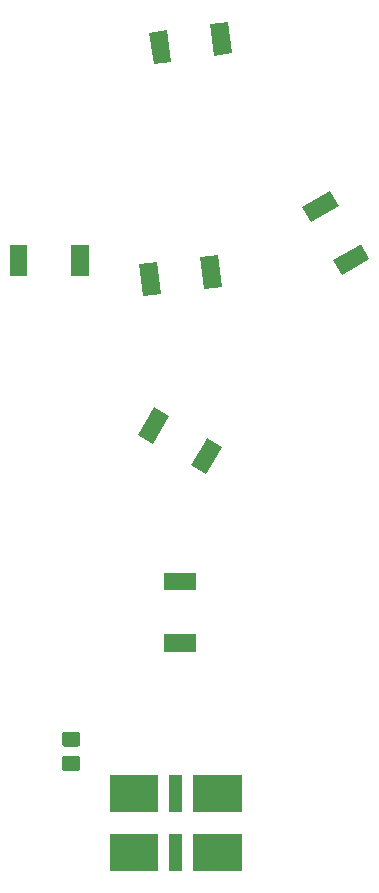
<source format=gbr>
G04 #@! TF.GenerationSoftware,KiCad,Pcbnew,5.1.4+dfsg1-1*
G04 #@! TF.CreationDate,2019-11-23T15:35:25-08:00*
G04 #@! TF.ProjectId,east-van-arrow,65617374-2d76-4616-9e2d-6172726f772e,rev?*
G04 #@! TF.SameCoordinates,Original*
G04 #@! TF.FileFunction,Soldermask,Bot*
G04 #@! TF.FilePolarity,Negative*
%FSLAX46Y46*%
G04 Gerber Fmt 4.6, Leading zero omitted, Abs format (unit mm)*
G04 Created by KiCad (PCBNEW 5.1.4+dfsg1-1) date 2019-11-23 15:35:25*
%MOMM*%
%LPD*%
G04 APERTURE LIST*
%ADD10C,0.100000*%
G04 APERTURE END LIST*
D10*
G36*
X42121000Y-112691000D02*
G01*
X38019000Y-112691000D01*
X38019000Y-109589000D01*
X42121000Y-109589000D01*
X42121000Y-112691000D01*
X42121000Y-112691000D01*
G37*
G36*
X49201000Y-112691000D02*
G01*
X45099000Y-112691000D01*
X45099000Y-109589000D01*
X49201000Y-109589000D01*
X49201000Y-112691000D01*
X49201000Y-112691000D01*
G37*
G36*
X44161000Y-112691000D02*
G01*
X43059000Y-112691000D01*
X43059000Y-109589000D01*
X44161000Y-109589000D01*
X44161000Y-112691000D01*
X44161000Y-112691000D01*
G37*
G36*
X49201000Y-107651000D02*
G01*
X45099000Y-107651000D01*
X45099000Y-104549000D01*
X49201000Y-104549000D01*
X49201000Y-107651000D01*
X49201000Y-107651000D01*
G37*
G36*
X44161000Y-107651000D02*
G01*
X43059000Y-107651000D01*
X43059000Y-104549000D01*
X44161000Y-104549000D01*
X44161000Y-107651000D01*
X44161000Y-107651000D01*
G37*
G36*
X42121000Y-107651000D02*
G01*
X38019000Y-107651000D01*
X38019000Y-104549000D01*
X42121000Y-104549000D01*
X42121000Y-107651000D01*
X42121000Y-107651000D01*
G37*
G36*
X35358674Y-102943465D02*
G01*
X35396367Y-102954899D01*
X35431103Y-102973466D01*
X35461548Y-102998452D01*
X35486534Y-103028897D01*
X35505101Y-103063633D01*
X35516535Y-103101326D01*
X35521000Y-103146661D01*
X35521000Y-103983339D01*
X35516535Y-104028674D01*
X35505101Y-104066367D01*
X35486534Y-104101103D01*
X35461548Y-104131548D01*
X35431103Y-104156534D01*
X35396367Y-104175101D01*
X35358674Y-104186535D01*
X35313339Y-104191000D01*
X34226661Y-104191000D01*
X34181326Y-104186535D01*
X34143633Y-104175101D01*
X34108897Y-104156534D01*
X34078452Y-104131548D01*
X34053466Y-104101103D01*
X34034899Y-104066367D01*
X34023465Y-104028674D01*
X34019000Y-103983339D01*
X34019000Y-103146661D01*
X34023465Y-103101326D01*
X34034899Y-103063633D01*
X34053466Y-103028897D01*
X34078452Y-102998452D01*
X34108897Y-102973466D01*
X34143633Y-102954899D01*
X34181326Y-102943465D01*
X34226661Y-102939000D01*
X35313339Y-102939000D01*
X35358674Y-102943465D01*
X35358674Y-102943465D01*
G37*
G36*
X35358674Y-100893465D02*
G01*
X35396367Y-100904899D01*
X35431103Y-100923466D01*
X35461548Y-100948452D01*
X35486534Y-100978897D01*
X35505101Y-101013633D01*
X35516535Y-101051326D01*
X35521000Y-101096661D01*
X35521000Y-101933339D01*
X35516535Y-101978674D01*
X35505101Y-102016367D01*
X35486534Y-102051103D01*
X35461548Y-102081548D01*
X35431103Y-102106534D01*
X35396367Y-102125101D01*
X35358674Y-102136535D01*
X35313339Y-102141000D01*
X34226661Y-102141000D01*
X34181326Y-102136535D01*
X34143633Y-102125101D01*
X34108897Y-102106534D01*
X34078452Y-102081548D01*
X34053466Y-102051103D01*
X34034899Y-102016367D01*
X34023465Y-101978674D01*
X34019000Y-101933339D01*
X34019000Y-101096661D01*
X34023465Y-101051326D01*
X34034899Y-101013633D01*
X34053466Y-100978897D01*
X34078452Y-100948452D01*
X34108897Y-100923466D01*
X34143633Y-100904899D01*
X34181326Y-100893465D01*
X34226661Y-100889000D01*
X35313339Y-100889000D01*
X35358674Y-100893465D01*
X35358674Y-100893465D01*
G37*
G36*
X45351000Y-94121000D02*
G01*
X42649000Y-94121000D01*
X42649000Y-92619000D01*
X45351000Y-92619000D01*
X45351000Y-94121000D01*
X45351000Y-94121000D01*
G37*
G36*
X45351000Y-88921000D02*
G01*
X42649000Y-88921000D01*
X42649000Y-87419000D01*
X45351000Y-87419000D01*
X45351000Y-88921000D01*
X45351000Y-88921000D01*
G37*
G36*
X47577551Y-76755499D02*
G01*
X47577551Y-76755500D01*
X46902051Y-77925500D01*
X46226551Y-79095501D01*
X44925781Y-78344501D01*
X44925781Y-78344500D01*
X45993302Y-76495500D01*
X46276781Y-76004499D01*
X47577551Y-76755499D01*
X47577551Y-76755499D01*
G37*
G36*
X43074219Y-74155499D02*
G01*
X43074219Y-74155500D01*
X42398719Y-75325500D01*
X41723219Y-76495501D01*
X40422449Y-75744501D01*
X40422449Y-75744500D01*
X41339859Y-74155499D01*
X41773449Y-73404499D01*
X43074219Y-74155499D01*
X43074219Y-74155499D01*
G37*
G36*
X42339428Y-63826266D02*
G01*
X41594025Y-63917790D01*
X40848624Y-64009314D01*
X40848623Y-64009314D01*
X40519332Y-61327454D01*
X41264735Y-61235930D01*
X42010136Y-61144406D01*
X42010137Y-61144406D01*
X42339428Y-63826266D01*
X42339428Y-63826266D01*
G37*
G36*
X47500668Y-63192546D02*
G01*
X46009864Y-63375594D01*
X46009863Y-63375594D01*
X45680572Y-60693734D01*
X46425975Y-60602210D01*
X47171376Y-60510686D01*
X47171377Y-60510686D01*
X47500668Y-63192546D01*
X47500668Y-63192546D01*
G37*
G36*
X31061000Y-62341000D02*
G01*
X29559000Y-62341000D01*
X29559000Y-59639000D01*
X31061000Y-59639000D01*
X31061000Y-62341000D01*
X31061000Y-62341000D01*
G37*
G36*
X36261000Y-62341000D02*
G01*
X34759000Y-62341000D01*
X34759000Y-59639000D01*
X36261000Y-59639000D01*
X36261000Y-62341000D01*
X36261000Y-62341000D01*
G37*
G36*
X60025501Y-60896551D02*
G01*
X58855500Y-61572051D01*
X57685500Y-62247551D01*
X57685499Y-62247551D01*
X56934499Y-60946781D01*
X59199643Y-59639000D01*
X59274500Y-59595781D01*
X59274501Y-59595781D01*
X60025501Y-60896551D01*
X60025501Y-60896551D01*
G37*
G36*
X57425501Y-56393219D02*
G01*
X56255500Y-57068719D01*
X55085500Y-57744219D01*
X55085499Y-57744219D01*
X54334499Y-56443449D01*
X55504500Y-55767949D01*
X56674500Y-55092449D01*
X56674501Y-55092449D01*
X57425501Y-56393219D01*
X57425501Y-56393219D01*
G37*
G36*
X43237017Y-44175183D02*
G01*
X41749635Y-44384221D01*
X41373589Y-41708517D01*
X42860971Y-41499479D01*
X43237017Y-44175183D01*
X43237017Y-44175183D01*
G37*
G36*
X48386411Y-43451483D02*
G01*
X46899029Y-43660521D01*
X46522983Y-40984817D01*
X48010365Y-40775779D01*
X48386411Y-43451483D01*
X48386411Y-43451483D01*
G37*
M02*

</source>
